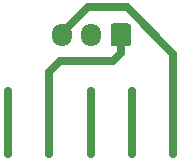
<source format=gtl>
G04 #@! TF.GenerationSoftware,KiCad,Pcbnew,5.0.1*
G04 #@! TF.CreationDate,2019-03-09T23:10:30-08:00*
G04 #@! TF.ProjectId,phoenix-adapter,70686F656E69782D616461707465722E,0.1*
G04 #@! TF.SameCoordinates,Original*
G04 #@! TF.FileFunction,Copper,L1,Top,Signal*
G04 #@! TF.FilePolarity,Positive*
%FSLAX46Y46*%
G04 Gerber Fmt 4.6, Leading zero omitted, Abs format (unit mm)*
G04 Created by KiCad (PCBNEW 5.0.1) date Sat 09 Mar 2019 11:10:30 PM PST*
%MOMM*%
%LPD*%
G01*
G04 APERTURE LIST*
G04 #@! TA.AperFunction,Conductor*
%ADD10C,0.100000*%
G04 #@! TD*
G04 #@! TA.AperFunction,ComponentPad*
%ADD11C,1.700000*%
G04 #@! TD*
G04 #@! TA.AperFunction,ComponentPad*
%ADD12O,1.700000X1.950000*%
G04 #@! TD*
G04 #@! TA.AperFunction,ViaPad*
%ADD13C,0.609600*%
G04 #@! TD*
G04 #@! TA.AperFunction,Conductor*
%ADD14C,0.635000*%
G04 #@! TD*
G04 APERTURE END LIST*
D10*
G04 #@! TO.N,/RIGHT*
G04 #@! TO.C,CON101*
G36*
X142864504Y-115612204D02*
X142888773Y-115615804D01*
X142912571Y-115621765D01*
X142935671Y-115630030D01*
X142957849Y-115640520D01*
X142978893Y-115653133D01*
X142998598Y-115667747D01*
X143016777Y-115684223D01*
X143033253Y-115702402D01*
X143047867Y-115722107D01*
X143060480Y-115743151D01*
X143070970Y-115765329D01*
X143079235Y-115788429D01*
X143085196Y-115812227D01*
X143088796Y-115836496D01*
X143090000Y-115861000D01*
X143090000Y-117311000D01*
X143088796Y-117335504D01*
X143085196Y-117359773D01*
X143079235Y-117383571D01*
X143070970Y-117406671D01*
X143060480Y-117428849D01*
X143047867Y-117449893D01*
X143033253Y-117469598D01*
X143016777Y-117487777D01*
X142998598Y-117504253D01*
X142978893Y-117518867D01*
X142957849Y-117531480D01*
X142935671Y-117541970D01*
X142912571Y-117550235D01*
X142888773Y-117556196D01*
X142864504Y-117559796D01*
X142840000Y-117561000D01*
X141640000Y-117561000D01*
X141615496Y-117559796D01*
X141591227Y-117556196D01*
X141567429Y-117550235D01*
X141544329Y-117541970D01*
X141522151Y-117531480D01*
X141501107Y-117518867D01*
X141481402Y-117504253D01*
X141463223Y-117487777D01*
X141446747Y-117469598D01*
X141432133Y-117449893D01*
X141419520Y-117428849D01*
X141409030Y-117406671D01*
X141400765Y-117383571D01*
X141394804Y-117359773D01*
X141391204Y-117335504D01*
X141390000Y-117311000D01*
X141390000Y-115861000D01*
X141391204Y-115836496D01*
X141394804Y-115812227D01*
X141400765Y-115788429D01*
X141409030Y-115765329D01*
X141419520Y-115743151D01*
X141432133Y-115722107D01*
X141446747Y-115702402D01*
X141463223Y-115684223D01*
X141481402Y-115667747D01*
X141501107Y-115653133D01*
X141522151Y-115640520D01*
X141544329Y-115630030D01*
X141567429Y-115621765D01*
X141591227Y-115615804D01*
X141615496Y-115612204D01*
X141640000Y-115611000D01*
X142840000Y-115611000D01*
X142864504Y-115612204D01*
X142864504Y-115612204D01*
G37*
D11*
G04 #@! TD*
G04 #@! TO.P,CON101,1*
G04 #@! TO.N,/RIGHT*
X142240000Y-116586000D03*
D12*
G04 #@! TO.P,CON101,2*
G04 #@! TO.N,GND*
X139740000Y-116586000D03*
G04 #@! TO.P,CON101,3*
G04 #@! TO.N,/LEFT*
X137240000Y-116586000D03*
G04 #@! TD*
D13*
G04 #@! TO.N,GND*
X143200000Y-121300000D03*
X139700000Y-121300000D03*
X132700000Y-121300000D03*
G04 #@! TO.N,/LEFT*
X146700000Y-121300000D03*
G04 #@! TO.N,/RIGHT*
X136200000Y-121300000D03*
G04 #@! TD*
D14*
G04 #@! TO.N,GND*
X143200000Y-121300000D02*
X143200000Y-126700000D01*
X139700000Y-121300000D02*
X139700000Y-126700000D01*
X132700000Y-121300000D02*
X132700000Y-126700000D01*
G04 #@! TO.N,/LEFT*
X146700000Y-126700000D02*
X146700000Y-121300000D01*
X137240000Y-116461000D02*
X137240000Y-116586000D01*
X142736500Y-114236500D02*
X139464500Y-114236500D01*
X146700000Y-118200000D02*
X142736500Y-114236500D01*
X139464500Y-114236500D02*
X137240000Y-116461000D01*
X146700000Y-121300000D02*
X146700000Y-118200000D01*
G04 #@! TO.N,/RIGHT*
X136200000Y-121300000D02*
X136200000Y-126700000D01*
X136200000Y-119700000D02*
X136200000Y-121300000D01*
X137100000Y-118800000D02*
X136200000Y-119700000D01*
X137100000Y-118800000D02*
X141550000Y-118800000D01*
X142240000Y-118110000D02*
X142240000Y-116586000D01*
X141550000Y-118800000D02*
X142240000Y-118110000D01*
G04 #@! TD*
M02*

</source>
